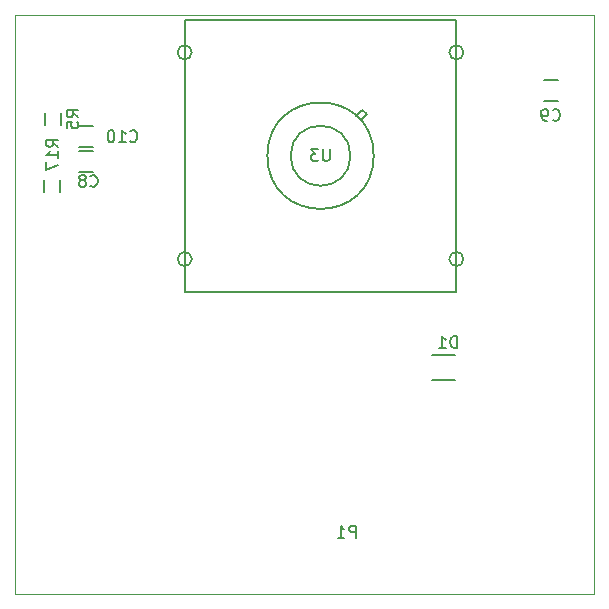
<source format=gbr>
G04 #@! TF.FileFunction,Legend,Bot*
%FSLAX46Y46*%
G04 Gerber Fmt 4.6, Leading zero omitted, Abs format (unit mm)*
G04 Created by KiCad (PCBNEW 4.0.4+dfsg1-stable) date Sun Feb 26 01:11:18 2017*
%MOMM*%
%LPD*%
G01*
G04 APERTURE LIST*
%ADD10C,0.100000*%
%ADD11C,0.150000*%
G04 APERTURE END LIST*
D10*
X118400000Y-118300000D02*
X167400000Y-118300000D01*
X118400000Y-69300000D02*
X118400000Y-118300000D01*
X167400000Y-69300000D02*
X118400000Y-69300000D01*
X167400000Y-118300000D02*
X167400000Y-69300000D01*
D11*
X155675000Y-98050000D02*
X153675000Y-98050000D01*
X153675000Y-100200000D02*
X155675000Y-100200000D01*
X133360000Y-72450000D02*
G75*
G03X133360000Y-72450000I-600000J0D01*
G01*
X156360000Y-72450000D02*
G75*
G03X156360000Y-72450000I-600000J0D01*
G01*
X133360000Y-89950000D02*
G75*
G03X133360000Y-89950000I-600000J0D01*
G01*
X156360000Y-89950000D02*
G75*
G03X156360000Y-89950000I-600000J0D01*
G01*
X155760000Y-92700000D02*
X155760000Y-69700000D01*
X155760000Y-69700000D02*
X132760000Y-69700000D01*
X132760000Y-69700000D02*
X132760000Y-92700000D01*
X132760000Y-92700000D02*
X155760000Y-92700000D01*
X147760000Y-77300000D02*
X147260000Y-77800000D01*
X148160000Y-77700000D02*
X147760000Y-77300000D01*
X147660000Y-78200000D02*
X148160000Y-77700000D01*
X148761111Y-81200000D02*
G75*
G03X148761111Y-81200000I-4501111J0D01*
G01*
X146800000Y-81200000D02*
G75*
G03X146800000Y-81200000I-2540000J0D01*
G01*
X123800000Y-82575000D02*
X125000000Y-82575000D01*
X125000000Y-80825000D02*
X123800000Y-80825000D01*
X164350000Y-74825000D02*
X163150000Y-74825000D01*
X163150000Y-76575000D02*
X164350000Y-76575000D01*
X123800000Y-80475000D02*
X125000000Y-80475000D01*
X125000000Y-78725000D02*
X123800000Y-78725000D01*
X122275000Y-78600000D02*
X122275000Y-77600000D01*
X120925000Y-77600000D02*
X120925000Y-78600000D01*
X120825000Y-83250000D02*
X120825000Y-84250000D01*
X122175000Y-84250000D02*
X122175000Y-83250000D01*
X155813095Y-97477381D02*
X155813095Y-96477381D01*
X155575000Y-96477381D01*
X155432142Y-96525000D01*
X155336904Y-96620238D01*
X155289285Y-96715476D01*
X155241666Y-96905952D01*
X155241666Y-97048810D01*
X155289285Y-97239286D01*
X155336904Y-97334524D01*
X155432142Y-97429762D01*
X155575000Y-97477381D01*
X155813095Y-97477381D01*
X154289285Y-97477381D02*
X154860714Y-97477381D01*
X154575000Y-97477381D02*
X154575000Y-96477381D01*
X154670238Y-96620238D01*
X154765476Y-96715476D01*
X154860714Y-96763095D01*
X145021905Y-80652381D02*
X145021905Y-81461905D01*
X144974286Y-81557143D01*
X144926667Y-81604762D01*
X144831429Y-81652381D01*
X144640952Y-81652381D01*
X144545714Y-81604762D01*
X144498095Y-81557143D01*
X144450476Y-81461905D01*
X144450476Y-80652381D01*
X144069524Y-80652381D02*
X143450476Y-80652381D01*
X143783810Y-81033333D01*
X143640952Y-81033333D01*
X143545714Y-81080952D01*
X143498095Y-81128571D01*
X143450476Y-81223810D01*
X143450476Y-81461905D01*
X143498095Y-81557143D01*
X143545714Y-81604762D01*
X143640952Y-81652381D01*
X143926667Y-81652381D01*
X144021905Y-81604762D01*
X144069524Y-81557143D01*
X124766666Y-83757143D02*
X124814285Y-83804762D01*
X124957142Y-83852381D01*
X125052380Y-83852381D01*
X125195238Y-83804762D01*
X125290476Y-83709524D01*
X125338095Y-83614286D01*
X125385714Y-83423810D01*
X125385714Y-83280952D01*
X125338095Y-83090476D01*
X125290476Y-82995238D01*
X125195238Y-82900000D01*
X125052380Y-82852381D01*
X124957142Y-82852381D01*
X124814285Y-82900000D01*
X124766666Y-82947619D01*
X124195238Y-83280952D02*
X124290476Y-83233333D01*
X124338095Y-83185714D01*
X124385714Y-83090476D01*
X124385714Y-83042857D01*
X124338095Y-82947619D01*
X124290476Y-82900000D01*
X124195238Y-82852381D01*
X124004761Y-82852381D01*
X123909523Y-82900000D01*
X123861904Y-82947619D01*
X123814285Y-83042857D01*
X123814285Y-83090476D01*
X123861904Y-83185714D01*
X123909523Y-83233333D01*
X124004761Y-83280952D01*
X124195238Y-83280952D01*
X124290476Y-83328571D01*
X124338095Y-83376190D01*
X124385714Y-83471429D01*
X124385714Y-83661905D01*
X124338095Y-83757143D01*
X124290476Y-83804762D01*
X124195238Y-83852381D01*
X124004761Y-83852381D01*
X123909523Y-83804762D01*
X123861904Y-83757143D01*
X123814285Y-83661905D01*
X123814285Y-83471429D01*
X123861904Y-83376190D01*
X123909523Y-83328571D01*
X124004761Y-83280952D01*
X163916666Y-78157143D02*
X163964285Y-78204762D01*
X164107142Y-78252381D01*
X164202380Y-78252381D01*
X164345238Y-78204762D01*
X164440476Y-78109524D01*
X164488095Y-78014286D01*
X164535714Y-77823810D01*
X164535714Y-77680952D01*
X164488095Y-77490476D01*
X164440476Y-77395238D01*
X164345238Y-77300000D01*
X164202380Y-77252381D01*
X164107142Y-77252381D01*
X163964285Y-77300000D01*
X163916666Y-77347619D01*
X163440476Y-78252381D02*
X163250000Y-78252381D01*
X163154761Y-78204762D01*
X163107142Y-78157143D01*
X163011904Y-78014286D01*
X162964285Y-77823810D01*
X162964285Y-77442857D01*
X163011904Y-77347619D01*
X163059523Y-77300000D01*
X163154761Y-77252381D01*
X163345238Y-77252381D01*
X163440476Y-77300000D01*
X163488095Y-77347619D01*
X163535714Y-77442857D01*
X163535714Y-77680952D01*
X163488095Y-77776190D01*
X163440476Y-77823810D01*
X163345238Y-77871429D01*
X163154761Y-77871429D01*
X163059523Y-77823810D01*
X163011904Y-77776190D01*
X162964285Y-77680952D01*
X128142857Y-79957143D02*
X128190476Y-80004762D01*
X128333333Y-80052381D01*
X128428571Y-80052381D01*
X128571429Y-80004762D01*
X128666667Y-79909524D01*
X128714286Y-79814286D01*
X128761905Y-79623810D01*
X128761905Y-79480952D01*
X128714286Y-79290476D01*
X128666667Y-79195238D01*
X128571429Y-79100000D01*
X128428571Y-79052381D01*
X128333333Y-79052381D01*
X128190476Y-79100000D01*
X128142857Y-79147619D01*
X127190476Y-80052381D02*
X127761905Y-80052381D01*
X127476191Y-80052381D02*
X127476191Y-79052381D01*
X127571429Y-79195238D01*
X127666667Y-79290476D01*
X127761905Y-79338095D01*
X126571429Y-79052381D02*
X126476190Y-79052381D01*
X126380952Y-79100000D01*
X126333333Y-79147619D01*
X126285714Y-79242857D01*
X126238095Y-79433333D01*
X126238095Y-79671429D01*
X126285714Y-79861905D01*
X126333333Y-79957143D01*
X126380952Y-80004762D01*
X126476190Y-80052381D01*
X126571429Y-80052381D01*
X126666667Y-80004762D01*
X126714286Y-79957143D01*
X126761905Y-79861905D01*
X126809524Y-79671429D01*
X126809524Y-79433333D01*
X126761905Y-79242857D01*
X126714286Y-79147619D01*
X126666667Y-79100000D01*
X126571429Y-79052381D01*
X123752381Y-77933334D02*
X123276190Y-77600000D01*
X123752381Y-77361905D02*
X122752381Y-77361905D01*
X122752381Y-77742858D01*
X122800000Y-77838096D01*
X122847619Y-77885715D01*
X122942857Y-77933334D01*
X123085714Y-77933334D01*
X123180952Y-77885715D01*
X123228571Y-77838096D01*
X123276190Y-77742858D01*
X123276190Y-77361905D01*
X122752381Y-78838096D02*
X122752381Y-78361905D01*
X123228571Y-78314286D01*
X123180952Y-78361905D01*
X123133333Y-78457143D01*
X123133333Y-78695239D01*
X123180952Y-78790477D01*
X123228571Y-78838096D01*
X123323810Y-78885715D01*
X123561905Y-78885715D01*
X123657143Y-78838096D01*
X123704762Y-78790477D01*
X123752381Y-78695239D01*
X123752381Y-78457143D01*
X123704762Y-78361905D01*
X123657143Y-78314286D01*
X122052381Y-80457143D02*
X121576190Y-80123809D01*
X122052381Y-79885714D02*
X121052381Y-79885714D01*
X121052381Y-80266667D01*
X121100000Y-80361905D01*
X121147619Y-80409524D01*
X121242857Y-80457143D01*
X121385714Y-80457143D01*
X121480952Y-80409524D01*
X121528571Y-80361905D01*
X121576190Y-80266667D01*
X121576190Y-79885714D01*
X122052381Y-81409524D02*
X122052381Y-80838095D01*
X122052381Y-81123809D02*
X121052381Y-81123809D01*
X121195238Y-81028571D01*
X121290476Y-80933333D01*
X121338095Y-80838095D01*
X121052381Y-81742857D02*
X121052381Y-82409524D01*
X122052381Y-81980952D01*
X147238095Y-113532381D02*
X147238095Y-112532381D01*
X146857142Y-112532381D01*
X146761904Y-112580000D01*
X146714285Y-112627619D01*
X146666666Y-112722857D01*
X146666666Y-112865714D01*
X146714285Y-112960952D01*
X146761904Y-113008571D01*
X146857142Y-113056190D01*
X147238095Y-113056190D01*
X145714285Y-113532381D02*
X146285714Y-113532381D01*
X146000000Y-113532381D02*
X146000000Y-112532381D01*
X146095238Y-112675238D01*
X146190476Y-112770476D01*
X146285714Y-112818095D01*
M02*

</source>
